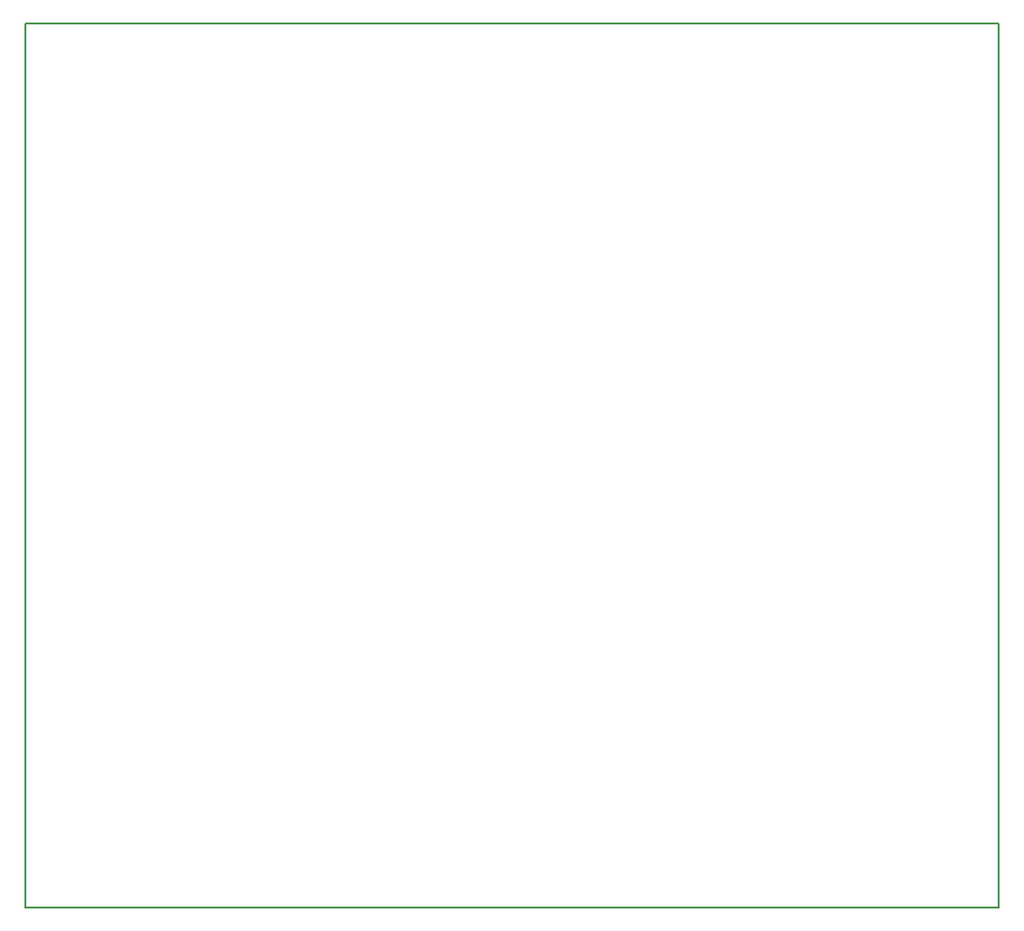
<source format=gm1>
G04 MADE WITH FRITZING*
G04 WWW.FRITZING.ORG*
G04 DOUBLE SIDED*
G04 HOLES PLATED*
G04 CONTOUR ON CENTER OF CONTOUR VECTOR*
%ASAXBY*%
%FSLAX23Y23*%
%MOIN*%
%OFA0B0*%
%SFA1.0B1.0*%
%ADD10R,3.464570X3.149610*%
%ADD11C,0.008000*%
%ADD10C,0.008*%
%LNCONTOUR*%
G90*
G70*
G54D10*
G54D11*
X8Y3142D02*
X3465Y3142D01*
X3465Y0D01*
X8Y0D01*
X8Y3142D01*
D02*
G04 End of contour*
M02*
</source>
